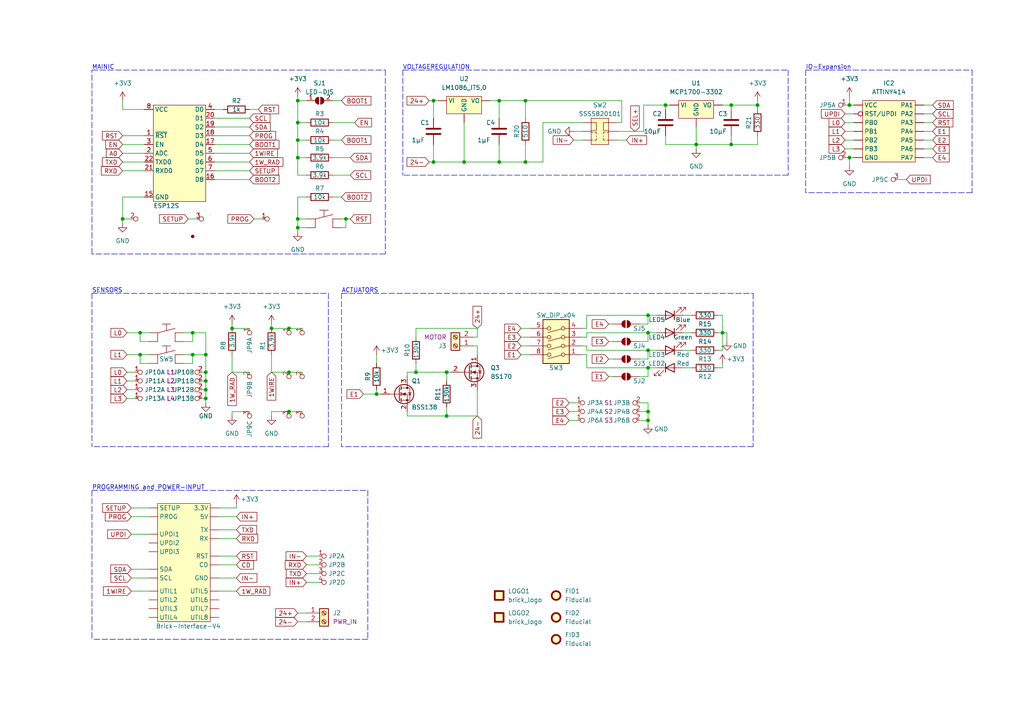
<source format=kicad_sch>
(kicad_sch (version 20211123) (generator eeschema)
  (paper "A4")
  (junction (at 246.38 30.48))
  (junction (at 109.22 114.3))
  (junction (at 134.62 46.99))
  (junction (at 59.69 107.95))
  (junction (at 144.78 46.99))
  (junction (at 100.33 63.5))
  (junction (at 83.82 119.38))
  (junction (at 209.55 96.52))
  (junction (at 125.73 46.99))
  (junction (at 86.36 45.72))
  (junction (at 187.96 96.52))
  (junction (at 86.36 63.5))
  (junction (at 125.73 29.21))
  (junction (at 86.36 66.04))
  (junction (at 246.38 45.72))
  (junction (at 55.88 102.87))
  (junction (at 187.96 119.38))
  (junction (at 129.54 120.65))
  (junction (at 86.36 29.21))
  (junction (at 152.4 29.21))
  (junction (at 86.36 40.64))
  (junction (at 35.56 63.5))
  (junction (at 59.69 110.49))
  (junction (at 59.69 113.03))
  (junction (at 86.36 35.56))
  (junction (at 40.64 96.52))
  (junction (at 187.96 106.68))
  (junction (at 129.54 107.95))
  (junction (at 78.74 95.25))
  (junction (at 212.09 30.48))
  (junction (at 67.31 95.25))
  (junction (at 55.88 96.52))
  (junction (at 152.4 46.99))
  (junction (at 212.09 41.91))
  (junction (at 219.71 30.48))
  (junction (at 59.69 102.87))
  (junction (at 193.04 30.48))
  (junction (at 187.96 121.92))
  (junction (at 187.96 91.44))
  (junction (at 187.96 101.6))
  (junction (at 59.69 115.57))
  (junction (at 83.82 95.25))
  (junction (at 144.78 29.21))
  (junction (at 120.65 107.95))
  (junction (at 40.64 102.87))
  (junction (at 83.82 107.95))
  (junction (at 201.93 41.91))
  (wire (pts (xy 35.56 63.5) (xy 38.1 63.5)))
  (wire (pts (xy 43.18 105.41) (xy 40.64 105.41)))
  (wire (pts (xy 185.42 109.22) (xy 187.96 109.22)))
  (wire (pts (xy 185.42 121.92) (xy 187.96 121.92)))
  (polyline (pts (xy 233.68 20.32) (xy 281.94 20.32)))
  (wire (pts (xy 35.56 64.77) (xy 35.56 63.5)))
  (wire (pts (xy 88.9 161.29) (xy 92.71 161.29)))
  (wire (pts (xy 157.48 35.56) (xy 157.48 46.99)))
  (wire (pts (xy 201.93 41.91) (xy 201.93 43.18)))
  (wire (pts (xy 246.38 27.94) (xy 246.38 30.48)))
  (wire (pts (xy 63.5 149.86) (xy 68.58 149.86)))
  (wire (pts (xy 62.23 31.75) (xy 64.77 31.75)))
  (wire (pts (xy 96.52 29.21) (xy 99.06 29.21)))
  (wire (pts (xy 35.56 39.37) (xy 41.91 39.37)))
  (polyline (pts (xy 233.68 20.32) (xy 233.68 55.88)))
  (wire (pts (xy 99.06 66.04) (xy 100.33 66.04)))
  (wire (pts (xy 201.93 41.91) (xy 212.09 41.91)))
  (wire (pts (xy 118.11 107.95) (xy 118.11 109.22)))
  (wire (pts (xy 267.97 33.02) (xy 270.51 33.02)))
  (polyline (pts (xy 111.76 73.66) (xy 26.67 73.66)))
  (wire (pts (xy 125.73 41.91) (xy 125.73 46.99)))
  (wire (pts (xy 144.78 29.21) (xy 144.78 34.29)))
  (wire (pts (xy 40.64 102.87) (xy 40.64 105.41)))
  (wire (pts (xy 86.36 29.21) (xy 88.9 29.21)))
  (wire (pts (xy 35.56 29.21) (xy 35.56 31.75)))
  (wire (pts (xy 53.34 102.87) (xy 55.88 102.87)))
  (wire (pts (xy 63.5 156.21) (xy 68.58 156.21)))
  (wire (pts (xy 78.74 102.87) (xy 78.74 107.95)))
  (wire (pts (xy 151.13 95.25) (xy 153.67 95.25)))
  (wire (pts (xy 208.28 96.52) (xy 209.55 96.52)))
  (wire (pts (xy 186.69 38.1) (xy 186.69 30.48)))
  (wire (pts (xy 185.42 119.38) (xy 187.96 119.38)))
  (wire (pts (xy 83.82 119.38) (xy 78.74 119.38)))
  (wire (pts (xy 86.36 35.56) (xy 86.36 29.21)))
  (wire (pts (xy 78.74 107.95) (xy 83.82 107.95)))
  (wire (pts (xy 88.9 35.56) (xy 86.36 35.56)))
  (polyline (pts (xy 218.44 129.54) (xy 99.06 129.54)))
  (wire (pts (xy 246.38 30.48) (xy 247.65 30.48)))
  (wire (pts (xy 209.55 96.52) (xy 209.55 101.6)))
  (wire (pts (xy 35.56 49.53) (xy 41.91 49.53)))
  (wire (pts (xy 267.97 35.56) (xy 270.51 35.56)))
  (wire (pts (xy 198.12 91.44) (xy 200.66 91.44)))
  (wire (pts (xy 185.42 104.14) (xy 187.96 104.14)))
  (wire (pts (xy 193.04 41.91) (xy 201.93 41.91)))
  (wire (pts (xy 72.39 31.75) (xy 74.93 31.75)))
  (wire (pts (xy 55.88 105.41) (xy 55.88 102.87)))
  (wire (pts (xy 212.09 30.48) (xy 219.71 30.48)))
  (wire (pts (xy 55.88 99.06) (xy 55.88 96.52)))
  (wire (pts (xy 129.54 118.11) (xy 129.54 120.65)))
  (wire (pts (xy 260.35 52.07) (xy 262.89 52.07)))
  (wire (pts (xy 176.53 93.98) (xy 177.8 93.98)))
  (wire (pts (xy 72.39 119.38) (xy 67.31 119.38)))
  (wire (pts (xy 59.69 102.87) (xy 59.69 107.95)))
  (wire (pts (xy 245.11 40.64) (xy 247.65 40.64)))
  (wire (pts (xy 88.9 40.64) (xy 86.36 40.64)))
  (wire (pts (xy 58.42 107.95) (xy 59.69 107.95)))
  (wire (pts (xy 88.9 50.8) (xy 86.36 50.8)))
  (wire (pts (xy 180.34 35.56) (xy 180.34 29.21)))
  (wire (pts (xy 78.74 119.38) (xy 78.74 120.65)))
  (wire (pts (xy 62.23 52.07) (xy 72.39 52.07)))
  (wire (pts (xy 40.64 102.87) (xy 43.18 102.87)))
  (wire (pts (xy 36.83 113.03) (xy 39.37 113.03)))
  (wire (pts (xy 245.11 38.1) (xy 247.65 38.1)))
  (wire (pts (xy 129.54 120.65) (xy 138.43 120.65)))
  (wire (pts (xy 67.31 102.87) (xy 67.31 107.95)))
  (wire (pts (xy 59.69 116.84) (xy 59.69 115.57)))
  (wire (pts (xy 40.64 96.52) (xy 43.18 96.52)))
  (wire (pts (xy 118.11 120.65) (xy 129.54 120.65)))
  (wire (pts (xy 35.56 63.5) (xy 35.56 57.15)))
  (wire (pts (xy 190.5 96.52) (xy 187.96 96.52)))
  (wire (pts (xy 96.52 35.56) (xy 102.87 35.56)))
  (wire (pts (xy 125.73 29.21) (xy 127 29.21)))
  (polyline (pts (xy 228.6 50.8) (xy 116.84 50.8)))
  (wire (pts (xy 100.33 63.5) (xy 101.6 63.5)))
  (wire (pts (xy 193.04 30.48) (xy 194.31 30.48)))
  (wire (pts (xy 78.74 93.98) (xy 78.74 95.25)))
  (wire (pts (xy 187.96 91.44) (xy 187.96 93.98)))
  (wire (pts (xy 67.31 93.98) (xy 67.31 95.25)))
  (wire (pts (xy 129.54 107.95) (xy 129.54 110.49)))
  (wire (pts (xy 88.9 163.83) (xy 92.71 163.83)))
  (wire (pts (xy 187.96 96.52) (xy 187.96 99.06)))
  (wire (pts (xy 267.97 45.72) (xy 270.51 45.72)))
  (wire (pts (xy 120.65 105.41) (xy 120.65 107.95)))
  (wire (pts (xy 170.18 101.6) (xy 187.96 101.6)))
  (wire (pts (xy 120.65 95.25) (xy 138.43 95.25)))
  (wire (pts (xy 63.5 163.83) (xy 68.58 163.83)))
  (wire (pts (xy 187.96 116.84) (xy 187.96 119.38)))
  (polyline (pts (xy 99.06 85.09) (xy 218.44 85.09)))
  (wire (pts (xy 267.97 43.18) (xy 270.51 43.18)))
  (wire (pts (xy 63.5 167.64) (xy 68.58 167.64)))
  (wire (pts (xy 86.36 57.15) (xy 86.36 63.5)))
  (wire (pts (xy 41.91 31.75) (xy 35.56 31.75)))
  (wire (pts (xy 219.71 29.21) (xy 219.71 30.48)))
  (wire (pts (xy 187.96 101.6) (xy 190.5 101.6)))
  (wire (pts (xy 185.42 99.06) (xy 187.96 99.06)))
  (wire (pts (xy 67.31 95.25) (xy 72.39 95.25)))
  (wire (pts (xy 59.69 113.03) (xy 59.69 110.49)))
  (polyline (pts (xy 218.44 85.09) (xy 218.44 129.54)))
  (wire (pts (xy 96.52 57.15) (xy 99.06 57.15)))
  (polyline (pts (xy 95.25 85.09) (xy 95.25 129.54)))
  (wire (pts (xy 62.23 49.53) (xy 72.39 49.53)))
  (wire (pts (xy 86.36 50.8) (xy 86.36 45.72)))
  (wire (pts (xy 165.1 121.92) (xy 167.64 121.92)))
  (wire (pts (xy 62.23 41.91) (xy 72.39 41.91)))
  (polyline (pts (xy 111.76 20.32) (xy 111.76 73.66)))
  (wire (pts (xy 35.56 46.99) (xy 41.91 46.99)))
  (wire (pts (xy 55.88 96.52) (xy 59.69 96.52)))
  (wire (pts (xy 170.18 95.25) (xy 170.18 91.44)))
  (wire (pts (xy 86.36 40.64) (xy 86.36 35.56)))
  (wire (pts (xy 88.9 168.91) (xy 92.71 168.91)))
  (wire (pts (xy 35.56 44.45) (xy 41.91 44.45)))
  (polyline (pts (xy 26.67 20.32) (xy 111.76 20.32)))
  (wire (pts (xy 179.07 38.1) (xy 186.69 38.1)))
  (wire (pts (xy 212.09 39.37) (xy 212.09 41.91)))
  (wire (pts (xy 83.82 119.38) (xy 87.63 119.38)))
  (wire (pts (xy 109.22 102.87) (xy 109.22 105.41)))
  (wire (pts (xy 151.13 100.33) (xy 153.67 100.33)))
  (polyline (pts (xy 26.67 85.09) (xy 26.67 129.54)))
  (wire (pts (xy 246.38 48.26) (xy 246.38 45.72)))
  (wire (pts (xy 59.69 96.52) (xy 59.69 102.87)))
  (polyline (pts (xy 228.6 20.32) (xy 228.6 50.8)))
  (wire (pts (xy 86.36 177.8) (xy 88.9 177.8)))
  (wire (pts (xy 54.61 63.5) (xy 57.15 63.5)))
  (wire (pts (xy 62.23 39.37) (xy 72.39 39.37)))
  (wire (pts (xy 219.71 30.48) (xy 219.71 31.75)))
  (wire (pts (xy 53.34 99.06) (xy 55.88 99.06)))
  (wire (pts (xy 62.23 44.45) (xy 72.39 44.45)))
  (wire (pts (xy 38.1 167.64) (xy 43.18 167.64)))
  (wire (pts (xy 209.55 91.44) (xy 209.55 96.52)))
  (wire (pts (xy 187.96 106.68) (xy 190.5 106.68)))
  (wire (pts (xy 212.09 41.91) (xy 219.71 41.91)))
  (wire (pts (xy 209.55 96.52) (xy 210.82 96.52)))
  (wire (pts (xy 187.96 106.68) (xy 187.96 109.22)))
  (wire (pts (xy 185.42 93.98) (xy 187.96 93.98)))
  (wire (pts (xy 210.82 96.52) (xy 210.82 99.06)))
  (wire (pts (xy 152.4 29.21) (xy 152.4 34.29)))
  (wire (pts (xy 166.37 38.1) (xy 168.91 38.1)))
  (wire (pts (xy 245.11 35.56) (xy 247.65 35.56)))
  (wire (pts (xy 138.43 113.03) (xy 138.43 120.65)))
  (wire (pts (xy 62.23 34.29) (xy 72.39 34.29)))
  (wire (pts (xy 38.1 154.94) (xy 43.18 154.94)))
  (wire (pts (xy 88.9 166.37) (xy 92.71 166.37)))
  (wire (pts (xy 86.36 63.5) (xy 88.9 63.5)))
  (wire (pts (xy 59.69 110.49) (xy 59.69 107.95)))
  (wire (pts (xy 129.54 107.95) (xy 120.65 107.95)))
  (wire (pts (xy 138.43 100.33) (xy 138.43 102.87)))
  (wire (pts (xy 142.24 29.21) (xy 144.78 29.21)))
  (wire (pts (xy 120.65 107.95) (xy 118.11 107.95)))
  (polyline (pts (xy 26.67 85.09) (xy 95.25 85.09)))
  (wire (pts (xy 86.36 66.04) (xy 88.9 66.04)))
  (wire (pts (xy 168.91 97.79) (xy 170.18 97.79)))
  (wire (pts (xy 165.1 116.84) (xy 167.64 116.84)))
  (wire (pts (xy 176.53 109.22) (xy 177.8 109.22)))
  (wire (pts (xy 125.73 29.21) (xy 125.73 34.29)))
  (wire (pts (xy 125.73 46.99) (xy 134.62 46.99)))
  (wire (pts (xy 170.18 96.52) (xy 187.96 96.52)))
  (wire (pts (xy 88.9 45.72) (xy 86.36 45.72)))
  (wire (pts (xy 168.91 95.25) (xy 170.18 95.25)))
  (wire (pts (xy 36.83 115.57) (xy 39.37 115.57)))
  (wire (pts (xy 96.52 45.72) (xy 101.6 45.72)))
  (wire (pts (xy 157.48 35.56) (xy 168.91 35.56)))
  (wire (pts (xy 198.12 101.6) (xy 200.66 101.6)))
  (wire (pts (xy 53.34 105.41) (xy 55.88 105.41)))
  (wire (pts (xy 67.31 107.95) (xy 72.39 107.95)))
  (wire (pts (xy 170.18 106.68) (xy 187.96 106.68)))
  (wire (pts (xy 36.83 96.52) (xy 40.64 96.52)))
  (wire (pts (xy 190.5 91.44) (xy 187.96 91.44)))
  (wire (pts (xy 166.37 40.64) (xy 168.91 40.64)))
  (wire (pts (xy 245.11 43.18) (xy 247.65 43.18)))
  (wire (pts (xy 193.04 30.48) (xy 193.04 31.75)))
  (wire (pts (xy 208.28 101.6) (xy 209.55 101.6)))
  (wire (pts (xy 246.38 45.72) (xy 247.65 45.72)))
  (wire (pts (xy 63.5 153.67) (xy 68.58 153.67)))
  (polyline (pts (xy 281.94 20.32) (xy 281.94 55.88)))
  (wire (pts (xy 170.18 91.44) (xy 187.96 91.44)))
  (wire (pts (xy 36.83 102.87) (xy 40.64 102.87)))
  (wire (pts (xy 186.69 30.48) (xy 193.04 30.48)))
  (wire (pts (xy 179.07 35.56) (xy 180.34 35.56)))
  (wire (pts (xy 96.52 50.8) (xy 101.6 50.8)))
  (wire (pts (xy 187.96 123.19) (xy 187.96 121.92)))
  (wire (pts (xy 208.28 91.44) (xy 209.55 91.44)))
  (wire (pts (xy 58.42 113.03) (xy 59.69 113.03)))
  (wire (pts (xy 88.9 57.15) (xy 86.36 57.15)))
  (wire (pts (xy 152.4 41.91) (xy 152.4 46.99)))
  (wire (pts (xy 109.22 114.3) (xy 110.49 114.3)))
  (wire (pts (xy 151.13 102.87) (xy 153.67 102.87)))
  (wire (pts (xy 83.82 107.95) (xy 87.63 107.95)))
  (polyline (pts (xy 116.84 20.32) (xy 228.6 20.32)))
  (wire (pts (xy 185.42 116.84) (xy 187.96 116.84)))
  (wire (pts (xy 151.13 97.79) (xy 153.67 97.79)))
  (wire (pts (xy 170.18 102.87) (xy 170.18 106.68)))
  (wire (pts (xy 176.53 104.14) (xy 177.8 104.14)))
  (wire (pts (xy 62.23 36.83) (xy 72.39 36.83)))
  (wire (pts (xy 67.31 119.38) (xy 67.31 120.65)))
  (polyline (pts (xy 281.94 55.88) (xy 233.68 55.88)))
  (wire (pts (xy 120.65 95.25) (xy 120.65 97.79)))
  (wire (pts (xy 86.36 29.21) (xy 86.36 27.94)))
  (wire (pts (xy 53.34 96.52) (xy 55.88 96.52)))
  (wire (pts (xy 212.09 30.48) (xy 212.09 31.75)))
  (wire (pts (xy 100.33 63.5) (xy 100.33 66.04)))
  (wire (pts (xy 36.83 110.49) (xy 39.37 110.49)))
  (polyline (pts (xy 116.84 20.32) (xy 116.84 50.8)))
  (wire (pts (xy 245.11 33.02) (xy 247.65 33.02)))
  (wire (pts (xy 267.97 30.48) (xy 270.51 30.48)))
  (wire (pts (xy 68.58 146.05) (xy 68.58 147.32)))
  (wire (pts (xy 165.1 119.38) (xy 167.64 119.38)))
  (wire (pts (xy 219.71 39.37) (xy 219.71 41.91)))
  (wire (pts (xy 144.78 41.91) (xy 144.78 46.99)))
  (wire (pts (xy 124.46 46.99) (xy 125.73 46.99)))
  (wire (pts (xy 187.96 101.6) (xy 187.96 104.14)))
  (wire (pts (xy 105.41 114.3) (xy 109.22 114.3)))
  (wire (pts (xy 267.97 40.64) (xy 270.51 40.64)))
  (wire (pts (xy 209.55 105.41) (xy 209.55 106.68)))
  (wire (pts (xy 35.56 41.91) (xy 41.91 41.91)))
  (wire (pts (xy 99.06 63.5) (xy 100.33 63.5)))
  (wire (pts (xy 63.5 171.45) (xy 68.58 171.45)))
  (wire (pts (xy 63.5 161.29) (xy 68.58 161.29)))
  (wire (pts (xy 86.36 45.72) (xy 86.36 40.64)))
  (wire (pts (xy 137.16 97.79) (xy 138.43 97.79)))
  (wire (pts (xy 38.1 171.45) (xy 43.18 171.45)))
  (wire (pts (xy 38.1 149.86) (xy 43.18 149.86)))
  (wire (pts (xy 58.42 115.57) (xy 59.69 115.57)))
  (wire (pts (xy 55.88 102.87) (xy 59.69 102.87)))
  (wire (pts (xy 38.1 147.32) (xy 43.18 147.32)))
  (wire (pts (xy 168.91 102.87) (xy 170.18 102.87)))
  (wire (pts (xy 109.22 113.03) (xy 109.22 114.3)))
  (wire (pts (xy 86.36 63.5) (xy 86.36 66.04)))
  (wire (pts (xy 86.36 66.04) (xy 86.36 67.31)))
  (wire (pts (xy 134.62 46.99) (xy 144.78 46.99)))
  (polyline (pts (xy 26.67 73.66) (xy 26.67 20.32)))
  (wire (pts (xy 58.42 110.49) (xy 59.69 110.49)))
  (wire (pts (xy 38.1 165.1) (xy 43.18 165.1)))
  (wire (pts (xy 63.5 147.32) (xy 68.58 147.32)))
  (wire (pts (xy 78.74 95.25) (xy 83.82 95.25)))
  (wire (pts (xy 43.18 99.06) (xy 40.64 99.06)))
  (wire (pts (xy 134.62 35.56) (xy 134.62 46.99)))
  (wire (pts (xy 62.23 46.99) (xy 72.39 46.99)))
  (wire (pts (xy 245.11 30.48) (xy 246.38 30.48)))
  (polyline (pts (xy 106.68 142.24) (xy 106.68 185.42)))
  (wire (pts (xy 209.55 30.48) (xy 212.09 30.48)))
  (wire (pts (xy 168.91 100.33) (xy 170.18 100.33)))
  (polyline (pts (xy 26.67 142.24) (xy 106.68 142.24)))
  (wire (pts (xy 86.36 180.34) (xy 88.9 180.34)))
  (wire (pts (xy 83.82 95.25) (xy 87.63 95.25)))
  (wire (pts (xy 36.83 107.95) (xy 39.37 107.95)))
  (wire (pts (xy 198.12 96.52) (xy 200.66 96.52)))
  (wire (pts (xy 118.11 119.38) (xy 118.11 120.65)))
  (wire (pts (xy 267.97 38.1) (xy 270.51 38.1)))
  (wire (pts (xy 96.52 40.64) (xy 99.06 40.64)))
  (wire (pts (xy 170.18 100.33) (xy 170.18 101.6)))
  (wire (pts (xy 144.78 29.21) (xy 152.4 29.21)))
  (wire (pts (xy 124.46 29.21) (xy 125.73 29.21)))
  (wire (pts (xy 59.69 115.57) (xy 59.69 113.03)))
  (polyline (pts (xy 106.68 185.42) (xy 26.67 185.42)))
  (wire (pts (xy 35.56 57.15) (xy 41.91 57.15)))
  (wire (pts (xy 130.81 107.95) (xy 129.54 107.95)))
  (wire (pts (xy 179.07 40.64) (xy 181.61 40.64)))
  (wire (pts (xy 208.28 106.68) (xy 209.55 106.68)))
  (wire (pts (xy 137.16 100.33) (xy 138.43 100.33)))
  (polyline (pts (xy 95.25 129.54) (xy 26.67 129.54)))
  (wire (pts (xy 198.12 106.68) (xy 200.66 106.68)))
  (wire (pts (xy 138.43 97.79) (xy 138.43 95.25)))
  (wire (pts (xy 193.04 39.37) (xy 193.04 41.91)))
  (wire (pts (xy 176.53 99.06) (xy 177.8 99.06)))
  (wire (pts (xy 152.4 46.99) (xy 157.48 46.99)))
  (wire (pts (xy 152.4 29.21) (xy 180.34 29.21)))
  (wire (pts (xy 187.96 119.38) (xy 187.96 121.92)))
  (wire (pts (xy 144.78 46.99) (xy 152.4 46.99)))
  (polyline (pts (xy 26.67 142.24) (xy 26.67 185.42)))
  (wire (pts (xy 40.64 99.06) (xy 40.64 96.52)))
  (wire (pts (xy 201.93 36.83) (xy 201.93 41.91)))
  (wire (pts (xy 73.66 63.5) (xy 76.2 63.5)))
  (polyline (pts (xy 99.06 85.09) (xy 99.06 129.54)))
  (wire (pts (xy 245.11 45.72) (xy 246.38 45.72)))
  (wire (pts (xy 170.18 97.79) (xy 170.18 96.52)))
  (text "IO-Expansion" (at 233.68 20.32 0) (effects (font (size 1.27 1.27)) (justify left bottom)))
  (text "MAINIC" (at 26.67 20.32 0) (effects (font (size 1.27 1.27)) (justify left bottom)))
  (text "ACTUATORS" (at 99.06 85.09 0) (effects (font (size 1.27 1.27)) (justify left bottom)))
  (text "SENSORS" (at 26.67 85.09 0) (effects (font (size 1.27 1.27)) (justify left bottom)))
  (text "VOLTAGEREGULATION" (at 116.84 20.32 0) (effects (font (size 1.27 1.27)) (justify left bottom)))
  (text "PROGRAMMING and POWER-INPUT" (at 26.67 142.24 0) (effects (font (size 1.27 1.27)) (justify left bottom)))
  (global_label "L1" (shape input) (at 36.83 102.87 180) (property "Referenzen zwischen Schaltplänen" "${INTERSHEET_REFS}" (effects hide)))
  (global_label "L2" (shape input) (at 36.83 113.03 180) (property "Referenzen zwischen Schaltplänen" "${INTERSHEET_REFS}" (effects hide)))
  (global_label "PROG" (shape input) (at 72.39 39.37 0) (property "Referenzen zwischen Schaltplänen" "${INTERSHEET_REFS}" (effects hide)))
  (global_label "SETUP" (shape input) (at 54.61 63.5 180) (property "Referenzen zwischen Schaltplänen" "${INTERSHEET_REFS}" (effects hide)))
  (global_label "SETUP" (shape input) (at 72.39 49.53 0) (property "Referenzen zwischen Schaltplänen" "${INTERSHEET_REFS}" (effects hide)))
  (global_label "SDA" (shape input) (at 101.6 45.72 0) (property "Referenzen zwischen Schaltplänen" "${INTERSHEET_REFS}" (effects hide)))
  (global_label "24+" (shape input) (at 86.36 177.8 180) (property "Referenzen zwischen Schaltplänen" "${INTERSHEET_REFS}" (effects hide)))
  (global_label "L2" (shape input) (at 245.11 40.64 180) (property "Referenzen zwischen Schaltplänen" "${INTERSHEET_REFS}" (effects hide)))
  (global_label "1WIRE" (shape input) (at 78.74 107.95 270) (property "Referenzen zwischen Schaltplänen" "${INTERSHEET_REFS}" (effects hide)))
  (global_label "RST" (shape input) (at 35.56 39.37 180) (property "Referenzen zwischen Schaltplänen" "${INTERSHEET_REFS}" (effects hide)))
  (global_label "L0" (shape input) (at 36.83 107.95 180) (property "Referenzen zwischen Schaltplänen" "${INTERSHEET_REFS}" (effects hide)))
  (global_label "E3" (shape input) (at 176.53 99.06 180) (property "Referenzen zwischen Schaltplänen" "${INTERSHEET_REFS}" (effects hide)))
  (global_label "SCL" (shape input) (at 101.6 50.8 0) (property "Referenzen zwischen Schaltplänen" "${INTERSHEET_REFS}" (effects hide)))
  (global_label "SCL" (shape input) (at 72.39 34.29 0) (property "Referenzen zwischen Schaltplänen" "${INTERSHEET_REFS}" (effects hide)))
  (global_label "CD" (shape input) (at 68.58 163.83 0) (property "Referenzen zwischen Schaltplänen" "${INTERSHEET_REFS}" (effects hide)))
  (global_label "1W_RAD" (shape input) (at 67.31 107.95 270) (property "Referenzen zwischen Schaltplänen" "${INTERSHEET_REFS}" (effects hide)))
  (global_label "1WIRE" (shape input) (at 38.1 171.45 180) (property "Referenzen zwischen Schaltplänen" "${INTERSHEET_REFS}" (effects hide)))
  (global_label "BOOT1" (shape input) (at 99.06 29.21 0) (property "Referenzen zwischen Schaltplänen" "${INTERSHEET_REFS}" (effects hide)))
  (global_label "RST" (shape input) (at 74.93 31.75 0) (property "Referenzen zwischen Schaltplänen" "${INTERSHEET_REFS}" (effects hide)))
  (global_label "1WIRE" (shape input) (at 72.39 44.45 0) (property "Referenzen zwischen Schaltplänen" "${INTERSHEET_REFS}" (effects hide)))
  (global_label "SDA" (shape input) (at 270.51 30.48 0) (property "Referenzen zwischen Schaltplänen" "${INTERSHEET_REFS}" (effects hide)))
  (global_label "RST" (shape input) (at 270.51 35.56 0) (property "Referenzen zwischen Schaltplänen" "${INTERSHEET_REFS}" (effects hide)))
  (global_label "E1" (shape input) (at 270.51 38.1 0) (property "Referenzen zwischen Schaltplänen" "${INTERSHEET_REFS}" (effects hide)))
  (global_label "EN" (shape input) (at 102.87 35.56 0) (property "Referenzen zwischen Schaltplänen" "${INTERSHEET_REFS}" (effects hide)))
  (global_label "RST" (shape input) (at 101.6 63.5 0) (property "Referenzen zwischen Schaltplänen" "${INTERSHEET_REFS}" (effects hide)))
  (global_label "TXD" (shape input) (at 35.56 46.99 180) (property "Referenzen zwischen Schaltplänen" "${INTERSHEET_REFS}" (effects hide)))
  (global_label "PROG" (shape input) (at 38.1 149.86 180) (property "Referenzen zwischen Schaltplänen" "${INTERSHEET_REFS}" (effects hide)))
  (global_label "BOOT2" (shape input) (at 72.39 52.07 0) (property "Referenzen zwischen Schaltplänen" "${INTERSHEET_REFS}" (effects hide)))
  (global_label "E4" (shape input) (at 151.13 95.25 180) (property "Referenzen zwischen Schaltplänen" "${INTERSHEET_REFS}" (effects hide)))
  (global_label "BOOT1" (shape input) (at 99.06 40.64 0) (property "Referenzen zwischen Schaltplänen" "${INTERSHEET_REFS}" (effects hide)))
  (global_label "24-" (shape input) (at 138.43 120.65 270) (property "Referenzen zwischen Schaltplänen" "${INTERSHEET_REFS}" (effects hide)))
  (global_label "24+" (shape input) (at 124.46 29.21 180) (property "Referenzen zwischen Schaltplänen" "${INTERSHEET_REFS}" (effects hide)))
  (global_label "24+" (shape input) (at 138.43 95.25 90) (property "Referenzen zwischen Schaltplänen" "${INTERSHEET_REFS}" (effects hide)))
  (global_label "E2" (shape input) (at 176.53 104.14 180) (property "Referenzen zwischen Schaltplänen" "${INTERSHEET_REFS}" (effects hide)))
  (global_label "SEL+" (shape input) (at 184.15 38.1 90) (property "Referenzen zwischen Schaltplänen" "${INTERSHEET_REFS}" (effects hide)))
  (global_label "L3" (shape input) (at 245.11 43.18 180) (property "Referenzen zwischen Schaltplänen" "${INTERSHEET_REFS}" (effects hide)))
  (global_label "L1" (shape input) (at 36.83 110.49 180) (property "Referenzen zwischen Schaltplänen" "${INTERSHEET_REFS}" (effects hide)))
  (global_label "TXD" (shape input) (at 68.58 153.67 0) (property "Referenzen zwischen Schaltplänen" "${INTERSHEET_REFS}" (effects hide)))
  (global_label "A0" (shape input) (at 35.56 44.45 180) (property "Referenzen zwischen Schaltplänen" "${INTERSHEET_REFS}" (effects hide)))
  (global_label "E3" (shape input) (at 151.13 97.79 180) (property "Referenzen zwischen Schaltplänen" "${INTERSHEET_REFS}" (effects hide)))
  (global_label "IN+" (shape input) (at 181.61 40.64 0) (property "Referenzen zwischen Schaltplänen" "${INTERSHEET_REFS}" (effects hide)))
  (global_label "E4" (shape input) (at 270.51 45.72 0) (property "Referenzen zwischen Schaltplänen" "${INTERSHEET_REFS}" (effects hide)))
  (global_label "E4" (shape input) (at 165.1 121.92 180) (property "Referenzen zwischen Schaltplänen" "${INTERSHEET_REFS}" (effects hide)))
  (global_label "L0" (shape input) (at 245.11 35.56 180) (property "Referenzen zwischen Schaltplänen" "${INTERSHEET_REFS}" (effects hide)))
  (global_label "RXD" (shape input) (at 35.56 49.53 180) (property "Referenzen zwischen Schaltplänen" "${INTERSHEET_REFS}" (effects hide)))
  (global_label "IN-" (shape input) (at 68.58 167.64 0) (property "Referenzen zwischen Schaltplänen" "${INTERSHEET_REFS}" (effects hide)))
  (global_label "IN-" (shape input) (at 88.9 161.29 180) (property "Referenzen zwischen Schaltplänen" "${INTERSHEET_REFS}" (effects hide)))
  (global_label "IN+" (shape input) (at 68.58 149.86 0) (property "Referenzen zwischen Schaltplänen" "${INTERSHEET_REFS}" (effects hide)))
  (global_label "24-" (shape input) (at 86.36 180.34 180) (property "Referenzen zwischen Schaltplänen" "${INTERSHEET_REFS}" (effects hide)))
  (global_label "E3" (shape input) (at 270.51 43.18 0) (property "Referenzen zwischen Schaltplänen" "${INTERSHEET_REFS}" (effects hide)))
  (global_label "PROG" (shape input) (at 73.66 63.5 180) (property "Referenzen zwischen Schaltplänen" "${INTERSHEET_REFS}" (effects hide)))
  (global_label "1W_RAD" (shape input) (at 68.58 171.45 0) (property "Referenzen zwischen Schaltplänen" "${INTERSHEET_REFS}" (effects hide)))
  (global_label "RXD" (shape input) (at 68.58 156.21 0) (property "Referenzen zwischen Schaltplänen" "${INTERSHEET_REFS}" (effects hide)))
  (global_label "L0" (shape input) (at 36.83 96.52 180) (property "Referenzen zwischen Schaltplänen" "${INTERSHEET_REFS}" (effects hide)))
  (global_label "SETUP" (shape input) (at 38.1 147.32 180) (property "Referenzen zwischen Schaltplänen" "${INTERSHEET_REFS}" (effects hide)))
  (global_label "IN-" (shape input) (at 166.37 40.64 180) (property "Referenzen zwischen Schaltplänen" "${INTERSHEET_REFS}" (effects hide)))
  (global_label "E3" (shape input) (at 165.1 119.38 180) (property "Referenzen zwischen Schaltplänen" "${INTERSHEET_REFS}" (effects hide)))
  (global_label "E1" (shape input) (at 176.53 109.22 180) (property "Referenzen zwischen Schaltplänen" "${INTERSHEET_REFS}" (effects hide)))
  (global_label "E4" (shape input) (at 176.53 93.98 180) (property "Referenzen zwischen Schaltplänen" "${INTERSHEET_REFS}" (effects hide)))
  (global_label "UPDI" (shape input) (at 38.1 154.94 180) (property "Referenzen zwischen Schaltplänen" "${INTERSHEET_REFS}" (effects hide)))
  (global_label "EN" (shape input) (at 35.56 41.91 180) (property "Referenzen zwischen Schaltplänen" "${INTERSHEET_REFS}" (effects hide)))
  (global_label "E2" (shape input) (at 151.13 100.33 180) (property "Referenzen zwischen Schaltplänen" "${INTERSHEET_REFS}" (effects hide)))
  (global_label "L1" (shape input) (at 245.11 38.1 180) (property "Referenzen zwischen Schaltplänen" "${INTERSHEET_REFS}" (effects hide)))
  (global_label "SDA" (shape input) (at 38.1 165.1 180) (property "Referenzen zwischen Schaltplänen" "${INTERSHEET_REFS}" (effects hide)))
  (global_label "L3" (shape input) (at 36.83 115.57 180) (property "Referenzen zwischen Schaltplänen" "${INTERSHEET_REFS}" (effects hide)))
  (global_label "BOOT1" (shape input) (at 72.39 41.91 0) (property "Referenzen zwischen Schaltplänen" "${INTERSHEET_REFS}" (effects hide)))
  (global_label "UPDI" (shape input) (at 262.89 52.07 0) (property "Referenzen zwischen Schaltplänen" "${INTERSHEET_REFS}" (effects hide)))
  (global_label "RST" (shape input) (at 68.58 161.29 0) (property "Referenzen zwischen Schaltplänen" "${INTERSHEET_REFS}" (effects hide)))
  (global_label "E1" (shape input) (at 105.41 114.3 180) (property "Referenzen zwischen Schaltplänen" "${INTERSHEET_REFS}" (effects hide)))
  (global_label "IN+" (shape input) (at 88.9 168.91 180) (property "Referenzen zwischen Schaltplänen" "${INTERSHEET_REFS}" (effects hide)))
  (global_label "UPDI" (shape input) (at 245.11 33.02 180) (property "Referenzen zwischen Schaltplänen" "${INTERSHEET_REFS}" (effects hide)))
  (global_label "SCL" (shape input) (at 270.51 33.02 0) (property "Referenzen zwischen Schaltplänen" "${INTERSHEET_REFS}" (effects hide)))
  (global_label "RXD" (shape input) (at 88.9 163.83 180) (property "Referenzen zwischen Schaltplänen" "${INTERSHEET_REFS}" (effects hide)))
  (global_label "24-" (shape input) (at 124.46 46.99 180) (property "Referenzen zwischen Schaltplänen" "${INTERSHEET_REFS}" (effects hide)))
  (global_label "TXD" (shape input) (at 88.9 166.37 180) (property "Referenzen zwischen Schaltplänen" "${INTERSHEET_REFS}" (effects hide)))
  (global_label "SDA" (shape input) (at 72.39 36.83 0) (property "Referenzen zwischen Schaltplänen" "${INTERSHEET_REFS}" (effects hide)))
  (global_label "E2" (shape input) (at 270.51 40.64 0) (property "Referenzen zwischen Schaltplänen" "${INTERSHEET_REFS}" (effects hide)))
  (global_label "E2" (shape input) (at 165.1 116.84 180) (property "Referenzen zwischen Schaltplänen" "${INTERSHEET_REFS}" (effects hide)))
  (global_label "E1" (shape input) (at 151.13 102.87 180) (property "Referenzen zwischen Schaltplänen" "${INTERSHEET_REFS}" (effects hide)))
  (global_label "1W_RAD" (shape input) (at 72.39 46.99 0) (property "Referenzen zwischen Schaltplänen" "${INTERSHEET_REFS}" (effects hide)))
  (global_label "BOOT2" (shape input) (at 99.06 57.15 0) (property "Referenzen zwischen Schaltplänen" "${INTERSHEET_REFS}" (effects hide)))
  (global_label "SCL" (shape input) (at 38.1 167.64 180) (property "Referenzen zwischen Schaltplänen" "${INTERSHEET_REFS}" (effects hide)))
  (symbol (lib_id "power:GND") (at 67.31 120.65 0) (unit 1)
    (property "Reference" "#PWR0102" (effects hide))
    (property "Value" "GND" (at 67.31 125.73 0))
  )
  (symbol (lib_id "no_common:MCP1700-3302") (at 201.93 30.48 0) (unit 1)
    (property "Reference" "U1" (at 201.93 24.13 0))
    (property "Value" "MCP1700-3302" (at 201.93 26.67 0))
    (property "Footprint" "no_common:SOT23" (effects hide))
    (property "Storage" "MAG3" (effects hide))
    (property "StorageDesc" "MCP1700" (effects hide))
  )
  (symbol (lib_id "Device:R") (at 92.71 35.56 90) (unit 1)
    (property "Reference" "R3" (at 92.71 33.02 90))
    (property "Value" "10k" (at 92.71 35.56 90))
    (property "Footprint" "no_common:R_0805_2012Metric" (effects hide))
    (property "Storage" "MAG2" (effects hide))
  )
  (symbol (lib_id "no_pinhd:PINHD_1x02") (at 57.15 107.95 180) (unit 2)
    (property "Reference" "JP10" (at 53.34 107.95 0))
    (property "Value" "PINHD_1x02" (effects hide))
    (property "Footprint" "no_pinhd:PINHD_1X02_2.54_1mm_Round" (effects hide))
    (property "Desc" "L1" (effects hide))
    (property "Reference" "JP10" (effects hide))
    (property "Value" "PINHD_1x02" (effects hide))
    (property "DNP" "true" (effects hide))
  )
  (symbol (lib_name "SolderJumper_2_Open_1") (lib_id "Jumper:SolderJumper_2_Open") (at 181.61 109.22 0) (unit 1)
    (property "Reference" "SJ2" (at 185.42 110.49 0))
    (property "Value" "LED-EN" (effects hide))
    (property "Footprint" "Jumper:SolderJumper-2_P1.3mm_Open_RoundedPad1.0x1.5mm" (effects hide))
    (property "Reference" "SJ2" (effects hide))
    (property "Value" "LED-EN" (effects hide))
    (property "DNP" "true" (effects hide))
  )
  (symbol (lib_id "Device:R") (at 78.74 99.06 0) (unit 1)
    (property "Reference" "R1" (at 76.2 101.6 90) (effects (justify left)))
    (property "Value" "3.9k" (at 78.74 100.965 90) (effects (justify left)))
    (property "Footprint" "no_common:R_0805_2012Metric" (effects hide))
    (property "Reference" "R1" (effects hide))
    (property "Value" "3.9k" (effects hide))
    (property "Storage" "MAG1" (effects hide))
  )
  (symbol (lib_id "Switch:SW_DIP_x04") (at 161.29 97.79 180) (unit 1)
    (property "Reference" "SW3" (at 161.29 106.68 0))
    (property "Value" "SW_DIP_x04" (at 161.29 91.44 0))
    (property "Footprint" "Button_Switch_THT:SW_DIP_SPSTx04_Slide_9.78x12.34mm_W7.62mm_P2.54mm" (effects hide))
    (property "Reference" "SW3" (effects hide))
    (property "Value" "SW_DIP_x04" (effects hide))
    (property "Storage" "SK2 2x2" (effects hide))
    (property "StorageDesc" "DIP Switch 4x" (effects hide))
    (property "Handsolder" "true" (effects hide))
  )
  (symbol (lib_id "power:+3V3") (at 35.56 29.21 0) (unit 1)
    (property "Reference" "#PWR04" (effects hide))
    (property "Value" "+3V3" (at 35.56 24.13 0))
  )
  (symbol (lib_id "Jumper:SolderJumper_2_Open") (at 92.71 29.21 0) (unit 1)
    (property "Reference" "SJ1" (at 92.71 24.13 0))
    (property "Value" "LED-DIS" (at 92.71 26.67 0))
    (property "Footprint" "Jumper:SolderJumper-2_P1.3mm_Open_RoundedPad1.0x1.5mm" (effects hide))
    (property "Reference" "SJ1" (effects hide))
    (property "Value" "LED-DIS" (effects hide))
    (property "DNP" "true" (effects hide))
  )
  (symbol (lib_id "power:GND") (at 246.38 48.26 0) (unit 1)
    (property "Reference" "#PWR09" (effects hide))
    (property "Value" "GND" (at 246.38 53.34 0))
  )
  (symbol (lib_id "no_brick_logo:brick_logo") (at 144.78 172.72 0) (unit 1)
    (property "Reference" "LOGO1" (at 147.32 171.4499 0) (effects (justify left)))
    (property "Value" "brick_logo" (at 147.32 173.9899 0) (effects (justify left)))
    (property "Footprint" "no_brick_logo:x8mm" (effects hide))
    (property "DNP" "true" (effects hide))
  )
  (symbol (lib_id "Mechanical:Fiducial") (at 161.29 172.72 0) (unit 1)
    (property "Reference" "FID1" (at 163.83 171.4499 0) (effects (justify left)))
    (property "Value" "Fiducial" (at 163.83 173.9899 0) (effects (justify left)))
    (property "Footprint" "Fiducial:Fiducial_1mm_Mask2mm" (effects hide))
    (property "DNP" "true" (effects hide))
  )
  (symbol (lib_id "no_pinhd:PINHD_1X04") (at 93.98 168.91 0) (unit 4)
    (property "Reference" "JP2" (at 95.25 168.9099 0) (effects (justify left)))
    (property "Value" "PINHD_1X04" (effects hide))
    (property "Footprint" "no_pinhd:PINHD_1X04_2.54_1mm_Round" (effects hide))
    (property "Desc" "UART" (effects hide))
    (property "Reference" "JP2" (effects hide))
    (property "Value" "PINHD_1X04" (effects hide))
    (property "DNP" "true" (effects hide))
  )
  (symbol (lib_id "Device:R") (at 92.71 45.72 90) (unit 1)
    (property "Reference" "R5" (at 92.71 43.18 90))
    (property "Value" "3.9k" (at 92.71 45.72 90))
    (property "Footprint" "no_common:R_0805_2012Metric" (effects hide))
    (property "Storage" "MAG1" (effects hide))
  )
  (symbol (lib_id "Device:R") (at 129.54 114.3 180) (unit 1)
    (property "Reference" "R11" (at 127 114.3 90))
    (property "Value" "130k" (at 129.54 114.3 90))
    (property "Footprint" "no_common:R_0805_2012Metric" (effects hide))
    (property "Storage" "MAG2" (effects hide))
  )
  (symbol (lib_id "power:+3V3") (at 78.74 93.98 0) (unit 1)
    (property "Reference" "#PWR01" (effects hide))
    (property "Value" "+3V3" (at 78.74 88.9 0))
  )
  (symbol (lib_id "Device:R") (at 109.22 109.22 180) (unit 1)
    (property "Reference" "R9" (at 106.68 109.22 90))
    (property "Value" "10k" (at 109.22 109.22 90))
    (property "Footprint" "no_common:R_0805_2012Metric" (effects hide))
    (property "Storage" "MAG2" (effects hide))
  )
  (symbol (lib_id "Device:LED") (at 194.31 106.68 0) (unit 1)
    (property "Reference" "LED2" (at 190.5 105.41 0))
    (property "Value" "Red" (at 198.12 105.41 0))
    (property "Footprint" "no_common:LED_0805_2012Metric" (effects hide))
    (property "Storage" "MAG4" (effects hide))
    (property "StorageDesc" "LED OrangeRed" (effects hide))
  )
  (symbol (lib_id "Mechanical:Fiducial") (at 161.29 179.07 0) (unit 1)
    (property "Reference" "FID2" (at 163.83 177.7999 0) (effects (justify left)))
    (property "Value" "Fiducial" (at 163.83 180.3399 0) (effects (justify left)))
    (property "Footprint" "Fiducial:Fiducial_1mm_Mask2mm" (effects hide))
    (property "DNP" "true" (effects hide))
  )
  (symbol (lib_id "power:+3V3") (at 246.38 27.94 0) (unit 1)
    (property "Reference" "#PWR08" (effects hide))
    (property "Value" "+3V3" (at 246.38 22.86 0))
  )
  (symbol (lib_id "no_expressif:ESP12S") (at 52.07 44.45 0) (unit 1)
    (property "Reference" "IC1" (at 45.72 29.21 0))
    (property "Value" "ESP12S" (at 48.26 59.69 0))
    (property "Footprint" "no_expressif:ESP12S" (effects hide))
    (property "Reference" "IC1" (effects hide))
    (property "Value" "ESP12S" (effects hide))
    (property "Storage" "SK1 3x5" (effects hide))
    (property "StorageDesc" "ESP12-F" (effects hide))
    (property "Handsolder" "true" (effects hide))
  )
  (symbol (lib_id "no_pinhd:PINHD_1x02") (at 184.15 116.84 180) (unit 2)
    (property "Reference" "JP3" (at 180.34 116.84 0))
    (property "Value" "PINHD_1x02" (effects hide))
    (property "Footprint" "no_pinhd:PINHD_1X02_2.54_1mm_Round" (effects hide))
    (property "Desc" "S1" (effects hide))
    (property "Reference" "JP3" (effects hide))
    (property "Value" "PINHD_1x02" (effects hide))
    (property "DNP" "true" (effects hide))
  )
  (symbol (lib_id "no_pinhd:PINHD_1X03") (at 87.63 120.65 270) (unit 3)
    (property "Reference" "JP8" (at 87.63 121.92 0) (effects (justify left)))
    (property "Value" "PINHD_1X03" (effects hide))
    (property "Footprint" "no_pinhd:PINHD_1X03_2.54_1mm_DS18B20" (effects hide))
    (property "Reference" "JP8" (effects hide))
    (property "Value" "PINHD_1X03" (effects hide))
    (property "Desc" "Temp2" (effects hide))
    (property "DNP" "true" (effects hide))
  )
  (symbol (lib_id "no_pinhd:PINHD_1X03") (at 87.63 109.22 270) (unit 2)
    (property "Reference" "JP8" (at 87.63 110.49 0) (effects (justify left)))
    (property "Value" "PINHD_1X03" (effects hide))
    (property "Footprint" "no_pinhd:PINHD_1X03_2.54_1mm_DS18B20" (effects hide))
    (property "Reference" "JP8" (effects hide))
    (property "Value" "PINHD_1X03" (effects hide))
    (property "Desc" "Temp2" (effects hide))
    (property "DNP" "true" (effects hide))
  )
  (symbol (lib_id "no_brick_interface:Brick-Interface-V4") (at 53.34 163.83 0) (unit 1)
    (property "Reference" "J1" (at 46.99 144.78 0))
    (property "Value" "Brick-Interface-V4" (at 54.61 181.61 0))
    (property "Footprint" "no_brick_interface:Brick_Interface_V4_inset" (effects hide))
    (property "Reference" "J1" (effects hide))
    (property "Value" "Brick-Interface-V4" (effects hide))
    (property "DNP" "true" (effects hide))
  )
  (symbol (lib_id "power:+3V3") (at 219.71 29.21 0) (unit 1)
    (property "Reference" "#PWR0105" (effects hide))
    (property "Value" "+3V3" (at 219.71 24.13 0))
  )
  (symbol (lib_id "no_brick_logo:brick_logo") (at 144.78 179.07 0) (unit 1)
    (property "Reference" "LOGO2" (at 147.32 177.7999 0) (effects (justify left)))
    (property "Value" "brick_logo" (at 147.32 180.3399 0) (effects (justify left)))
    (property "Footprint" "no_brick_logo:x17mm" (effects hide))
    (property "DNP" "true" (effects hide))
  )
  (symbol (lib_id "power:+3V3") (at 67.31 93.98 0) (unit 1)
    (property "Reference" "#PWR0101" (effects hide))
    (property "Value" "+3V3" (at 67.31 88.9 0))
  )
  (symbol (lib_id "power:GND") (at 201.93 43.18 0) (unit 1)
    (property "Reference" "#PWR0104" (effects hide))
    (property "Value" "GND" (at 201.93 48.26 0))
  )
  (symbol (lib_id "power:GND") (at 78.74 120.65 0) (unit 1)
    (property "Reference" "#PWR02" (effects hide))
    (property "Value" "GND" (at 78.74 125.73 0))
  )
  (symbol (lib_id "no_pinhd:PINHD_1x02") (at 184.15 119.38 180) (unit 2)
    (property "Reference" "JP4" (at 180.34 119.38 0))
    (property "Value" "PINHD_1x02" (effects hide))
    (property "Footprint" "no_pinhd:PINHD_1X02_2.54_1mm_Round" (effects hide))
    (property "Desc" "S2" (effects hide))
    (property "DNP" "true" (effects hide))
  )
  (symbol (lib_id "no_pinhd:PINHD_1X03") (at 259.08 52.07 180) (unit 3)
    (property "Reference" "JP5" (at 255.27 52.07 0))
    (property "Value" "PINHD_1X03" (effects hide))
    (property "Footprint" "no_pinhd:PINHD_1X03_2.54_1mm_Round" (effects hide))
    (property "Desc" "UPDI1" (effects hide))
    (property "Reference" "JP5" (effects hide))
    (property "Value" "PINHD_1X03" (effects hide))
    (property "DNP" "true" (effects hide))
  )
  (symbol (lib_id "Device:C") (at 212.09 35.56 0) (unit 1)
    (property "Reference" "C3" (at 208.28 33.02 0) (effects (justify left)))
    (property "Value" "10µF" (at 205.74 38.1 0) (effects (justify left)))
    (property "Footprint" "no_common:C_0805_2012Metric" (effects hide))
    (property "Reference" "C3" (effects hide))
    (property "Value" "10µF" (effects hide))
    (property "Storage" "MAG4" (effects hide))
  )
  (symbol (lib_name "SolderJumper_2_Open_1") (lib_id "Jumper:SolderJumper_2_Open") (at 181.61 93.98 0) (unit 1)
    (property "Reference" "SJ5" (at 185.42 95.25 0))
    (property "Value" "LED-EN" (effects hide))
    (property "Footprint" "Jumper:SolderJumper-2_P1.3mm_Open_RoundedPad1.0x1.5mm" (effects hide))
    (property "Reference" "SJ5" (effects hide))
    (property "Value" "LED-EN" (effects hide))
    (property "DNP" "true" (effects hide))
  )
  (symbol (lib_id "no_common:BSS138") (at 115.57 114.3 0) (unit 1)
    (property "Reference" "Q1" (at 119.38 110.49 0) (effects (justify left)))
    (property "Value" "BSS138" (at 119.38 118.11 0) (effects (justify left)))
    (property "Footprint" "no_common:SOT23" (effects hide))
    (property "Datasheet" "https://www.onsemi.com/pub/Collateral/BSS138-D.PDF" (effects hide))
    (property "Storage" "MAG3" (effects hide))
    (property "StorageDesc" "BSS138" (effects hide))
  )
  (symbol (lib_id "Device:R") (at 92.71 57.15 90) (unit 1)
    (property "Reference" "R7" (at 92.71 54.61 90))
    (property "Value" "10k" (at 92.71 57.15 90))
    (property "Footprint" "no_common:R_0805_2012Metric" (effects hide))
    (property "Storage" "MAG2" (effects hide))
  )
  (symbol (lib_id "Device:R") (at 204.47 101.6 270) (unit 1)
    (property "Reference" "R13" (at 204.47 104.14 90))
    (property "Value" "330" (at 204.47 101.6 90))
    (property "Footprint" "no_common:R_0603_1608Metric" (effects hide))
    (property "Storage" "MAG1" (effects hide))
    (property "StorageDesc" "0603" (effects hide))
  )
  (symbol (lib_id "power:GND") (at 86.36 67.31 0) (unit 1)
    (property "Reference" "#PWR07" (effects hide))
    (property "Value" "GND" (at 86.36 72.39 0))
  )
  (symbol (lib_id "Device:R") (at 219.71 35.56 180) (unit 1)
    (property "Reference" "R21" (at 217.17 35.56 90))
    (property "Value" "330" (at 219.71 35.56 90))
    (property "Footprint" "no_common:R_0603_1608Metric" (effects hide))
    (property "Storage" "MAG1" (effects hide))
    (property "StorageDesc" "0603" (effects hide))
  )
  (symbol (lib_id "power:GND") (at 166.37 38.1 270) (unit 1)
    (property "Reference" "#PWR0103" (effects hide))
    (property "Value" "GND" (at 158.75 38.1 90) (effects (justify left)))
  )
  (symbol (lib_id "Device:R") (at 204.47 91.44 270) (unit 1)
    (property "Reference" "R15" (at 204.47 93.98 90))
    (property "Value" "330" (at 204.47 91.44 90))
    (property "Footprint" "no_common:R_0603_1608Metric" (effects hide))
    (property "Storage" "MAG1" (effects hide))
    (property "StorageDesc" "0603" (effects hide))
  )
  (symbol (lib_id "no_pinhd:PINHD_1X04") (at 93.98 161.29 0) (unit 1)
    (property "Reference" "JP2" (at 95.25 161.2899 0) (effects (justify left)))
    (property "Value" "PINHD_1X04" (effects hide))
    (property "Footprint" "no_pinhd:PINHD_1X04_2.54_1mm_Round" (effects hide))
    (property "Desc" "UART" (effects hide))
    (property "Reference" "JP2" (effects hide))
    (property "Value" "PINHD_1X04" (effects hide))
    (property "DNP" "true" (effects hide))
  )
  (symbol (lib_id "no_pinhd:PINHD_1X03") (at 39.37 63.5 0) (unit 2)
    (property "Reference" "JP1" (at 40.64 63.4999 0) (effects (justify left)))
    (property "Value" "PINHD_1X03" (effects hide))
    (property "Footprint" "no_pinhd:PINHD_1X03_2.54_1mm_Round" (effects hide))
    (property "Reference" "JP1" (effects hide))
    (property "Value" "PINHD_1X03" (effects hide))
    (property "Desc" "PS" (effects hide))
    (property "DNP" "true" (effects hide))
  )
  (symbol (lib_id "no_pinhd:PINHD_1x02") (at 184.15 121.92 180) (unit 2)
    (property "Reference" "JP6" (at 180.34 121.92 0))
    (property "Value" "PINHD_1x02" (effects hide))
    (property "Footprint" "no_pinhd:PINHD_1X02_2.54_1mm_Round" (effects hide))
    (property "Desc" "S3" (effects hide))
    (property "DNP" "true" (effects hide))
  )
  (symbol (lib_id "no_pinhd:PINHD_1X03") (at 77.47 63.5 0) (unit 1)
    (property "Reference" "JP1" (at 78.74 63.4999 0) (effects (justify left)))
    (property "Value" "PINHD_1X03" (effects hide))
    (property "Footprint" "no_pinhd:PINHD_1X03_2.54_1mm_Round" (effects hide))
    (property "Reference" "JP1" (effects hide))
    (property "Value" "PINHD_1X03" (effects hide))
    (property "Desc" "PS" (effects hide))
    (property "DNP" "true" (effects hide))
  )
  (symbol (lib_id "Device:LED") (at 194.31 96.52 180) (unit 1)
    (property "Reference" "LED4" (at 190.5 97.79 0))
    (property "Value" "Green" (at 198.12 97.79 0))
    (property "Footprint" "LED_THT:LED_D5.0mm" (effects hide))
    (property "Storage" "SK1 2x5" (effects hide))
    (property "StorageDesc" "LED 5mm Green" (effects hide))
    (property "Handsolder" "true" (effects hide))
  )
  (symbol (lib_id "no_pinhd:PINHD_1X04") (at 93.98 166.37 0) (unit 3)
    (property "Reference" "JP2" (at 95.25 166.3699 0) (effects (justify left)))
    (property "Value" "PINHD_1X04" (effects hide))
    (property "Footprint" "no_pinhd:PINHD_1X04_2.54_1mm_Round" (effects hide))
    (property "Desc" "UART" (effects hide))
    (property "Reference" "JP2" (effects hide))
    (property "Value" "PINHD_1X04" (effects hide))
    (property "DNP" "true" (effects hide))
  )
  (symbol (lib_id "Device:LED") (at 194.31 101.6 180) (unit 1)
    (property "Reference" "LED3" (at 190.5 102.87 0))
    (property "Value" "Red" (at 198.12 102.87 0))
    (property "Footprint" "LED_THT:LED_D5.0mm" (effects hide))
    (property "Storage" "SK1 2x5" (effects hide))
    (property "StorageDesc" "LED 5mm Red" (effects hide))
    (property "Handsolder" "true" (effects hide))
  )
  (symbol (lib_id "power:+3V3") (at 109.22 102.87 0) (unit 1)
    (property "Reference" "#PWR0107" (effects hide))
    (property "Value" "+3V3" (at 113.03 101.6 0))
  )
  (symbol (lib_id "no_pinhd:PINHD_1x02") (at 57.15 115.57 180) (unit 2)
    (property "Reference" "JP13" (at 53.34 115.57 0))
    (property "Value" "PINHD_1x02" (effects hide))
    (property "Footprint" "no_pinhd:PINHD_1X02_2.54_1mm_Round" (effects hide))
    (property "Desc" "L4" (effects hide))
    (property "DNP" "true" (effects hide))
  )
  (symbol (lib_id "Device:R") (at 67.31 99.06 0) (unit 1)
    (property "Reference" "R8" (at 64.77 101.6 90) (effects (justify left)))
    (property "Value" "3.9k" (at 67.31 100.965 90) (effects (justify left)))
    (property "Footprint" "no_common:R_0805_2012Metric" (effects hide))
    (property "Reference" "R8" (effects hide))
    (property "Value" "3.9k" (effects hide))
    (property "Storage" "MAG1" (effects hide))
  )
  (symbol (lib_id "power:+3V3") (at 86.36 27.94 0) (unit 1)
    (property "Reference" "#PWR06" (effects hide))
    (property "Value" "+3V3" (at 86.36 22.86 0))
  )
  (symbol (lib_name "PINHD_1x02_1") (lib_id "no_pinhd:PINHD_1x02") (at 168.91 121.92 0) (unit 1)
    (property "Reference" "JP6" (at 170.18 121.9199 0) (effects (justify left)))
    (property "Value" "PINHD_1x02" (effects hide))
    (property "Footprint" "no_pinhd:PINHD_1X02_2.54_1mm_Round" (effects hide))
    (property "Desc" "S3" (at 176.53 121.92 0))
    (property "DNP" "true" (effects hide))
  )
  (symbol (lib_id "no_pinhd:PINHD_1x02") (at 57.15 113.03 180) (unit 2)
    (property "Reference" "JP12" (at 53.34 113.03 0))
    (property "Value" "PINHD_1x02" (effects hide))
    (property "Footprint" "no_pinhd:PINHD_1X02_2.54_1mm_Round" (effects hide))
    (property "Desc" "L3" (effects hide))
    (property "DNP" "true" (effects hide))
  )
  (symbol (lib_id "Device:C") (at 125.73 38.1 0) (unit 1)
    (property "Reference" "C1" (at 121.92 35.56 0) (effects (justify left)))
    (property "Value" "1µF" (at 119.38 40.64 0) (effects (justify left)))
    (property "Footprint" "no_common:C_0805_2012Metric" (effects hide))
    (property "Reference" "C1" (effects hide))
    (property "Value" "1µF" (effects hide))
    (property "Storage" "MAG4" (effects hide))
  )
  (symbol (lib_id "power:+3V3") (at 68.58 146.05 0) (unit 1)
    (property "Reference" "#PWR0106" (effects hide))
    (property "Value" "+3V3" (at 72.39 144.78 0))
  )
  (symbol (lib_id "no_pinhd:PINHD_1x02") (at 40.64 107.95 0) (unit 1)
    (property "Reference" "JP10" (at 41.91 107.9499 0) (effects (justify left)))
    (property "Value" "PINHD_1x02" (effects hide))
    (property "Footprint" "no_pinhd:PINHD_1X02_2.54_1mm_Round" (effects hide))
    (property "Desc" "L1" (at 49.53 107.95 0))
    (property "Reference" "JP10" (effects hide))
    (property "Value" "PINHD_1x02" (effects hide))
    (property "DNP" "true" (effects hide))
  )
  (symbol (lib_id "Device:R") (at 204.47 96.52 270) (unit 1)
    (property "Reference" "R14" (at 204.47 99.06 90))
    (property "Value" "330" (at 204.47 96.52 90))
    (property "Footprint" "no_common:R_0603_1608Metric" (effects hide))
    (property "Storage" "MAG1" (effects hide))
    (property "StorageDesc" "0603" (effects hide))
  )
  (symbol (lib_name "PINHD_1x02_1") (lib_id "no_pinhd:PINHD_1x02") (at 168.91 116.84 0) (unit 1)
    (property "Reference" "JP3" (at 170.18 116.8399 0) (effects (justify left)))
    (property "Value" "PINHD_1x02" (effects hide))
    (property "Footprint" "no_pinhd:PINHD_1X02_2.54_1mm_Round" (effects hide))
    (property "Desc" "S1" (at 176.53 116.84 0))
    (property "Reference" "JP3" (effects hide))
    (property "Value" "PINHD_1x02" (effects hide))
    (property "DNP" "true" (effects hide))
  )
  (symbol (lib_id "no_pinhd:PINHD_1X04") (at 93.98 163.83 0) (unit 2)
    (property "Reference" "JP2" (at 95.25 163.8299 0) (effects (justify left)))
    (property "Value" "PINHD_1X04" (effects hide))
    (property "Footprint" "no_pinhd:PINHD_1X04_2.54_1mm_Round" (effects hide))
    (property "Desc" "UART" (effects hide))
    (property "Reference" "JP2" (effects hide))
    (property "Value" "PINHD_1X04" (effects hide))
    (property "DNP" "true" (effects hide))
  )
  (symbol (lib_id "Connector:Screw_Terminal_01x02") (at 93.98 177.8 0) (unit 1)
    (property "Reference" "J2" (at 96.52 177.7999 0) (effects (justify left)))
    (property "Value" "AKL 101-02" (effects hide))
    (property "Footprint" "TerminalBlock:TerminalBlock_bornier-2_P5.08mm" (effects hide))
    (property "Desc" "PWR_IN" (at 96.52 180.34 0) (effects (justify left)))
    (property "Storage" "SB1" (effects hide))
    (property "Handsolder" "true" (effects hide))
  )
  (symbol (lib_id "Connector:Screw_Terminal_01x02") (at 132.08 100.33 180) (unit 1)
    (property "Reference" "J3" (at 129.54 100.3301 0) (effects (justify left)))
    (property "Value" "AKL 101-02" (effects hide))
    (property "Footprint" "TerminalBlock:TerminalBlock_bornier-2_P5.08mm" (effects hide))
    (property "Desc" "MOTOR" (at 129.54 97.79 0) (effects (justify left)))
    (property "Storage" "SB1" (effects hide))
    (property "Handsolder" "true" (effects hide))
  )
  (symbol (lib_id "Device:R") (at 120.65 101.6 180) (unit 1)
    (property "Reference" "R10" (at 118.11 101.6 90))
    (property "Value" "130k" (at 120.65 101.6 90))
    (property "Footprint" "no_common:R_0805_2012Metric" (effects hide))
    (property "Storage" "MAG2" (effects hide))
  )
  (symbol (lib_id "power:+3V3") (at 209.55 105.41 0) (unit 1)
    (property "Reference" "#PWR010" (effects hide))
    (property "Value" "+3V3" (at 213.36 104.14 0))
  )
  (symbol (lib_id "no_pinhd:PINHD_1X03") (at 83.82 120.65 270) (unit 3)
    (property "Reference" "JP7" (at 83.82 121.92 0) (effects (justify left)))
    (property "Value" "PINHD_1X03" (effects hide))
    (property "Footprint" "no_pinhd:PINHD_1X03_2.54_1mm_DS18B20" (effects hide))
    (property "Reference" "JP7" (effects hide))
    (property "Value" "PINHD_1X03" (effects hide))
    (property "Desc" "Temp1" (effects hide))
    (property "DNP" "true" (effects hide))
  )
  (symbol (lib_name "Taster_2") (lib_id "no_common:Taster") (at 93.98 63.5 0) (unit 1)
    (property "Reference" "SW1" (at 93.98 64.77 0))
    (property "Value" "KMR_231_G_LFS" (effects hide))
    (property "Footprint" "no_common:KMR_231_G_LFS" (effects hide))
    (property "Reference" "SW1" (effects hide))
    (property "Value" "KMR_231_G_LFS" (effects hide))
    (property "Storage" "SK1 2x2" (effects hide))
    (property "StorageDesc" "KMR 231 G LFS" (effects hide))
  )
  (symbol (lib_id "no_pinhd:PINHD_1X03") (at 243.84 30.48 180) (unit 1)
    (property "Reference" "JP5" (at 240.03 30.48 0))
    (property "Value" "PINHD_1X03" (effects hide))
    (property "Footprint" "no_pinhd:PINHD_1X03_2.54_1mm_Round" (effects hide))
    (property "Desc" "UPDI1" (effects hide))
    (property "Reference" "JP5" (effects hide))
    (property "Value" "PINHD_1X03" (effects hide))
    (property "DNP" "true" (effects hide))
  )
  (symbol (lib_id "no_pinhd:PINHD_1X03") (at 83.82 96.52 270) (unit 1)
    (property "Reference" "JP7" (at 83.82 97.79 0) (effects (justify left)))
    (property "Value" "PINHD_1X03" (effects hide))
    (property "Footprint" "no_pinhd:PINHD_1X03_2.54_1mm_DS18B20" (effects hide))
    (property "Reference" "JP7" (effects hide))
    (property "Value" "PINHD_1X03" (effects hide))
    (property "Desc" "Temp1" (effects hide))
    (property "DNP" "true" (effects hide))
  )
  (symbol (lib_id "no_pinhd:PINHD_1x02") (at 40.64 110.49 0) (unit 1)
    (property "Reference" "JP11" (at 41.91 110.4899 0) (effects (justify left)))
    (property "Value" "PINHD_1x02" (effects hide))
    (property "Footprint" "no_pinhd:PINHD_1X02_2.54_1mm_Round" (effects hide))
    (property "Desc" "L2" (at 49.53 110.49 0))
    (property "DNP" "true" (effects hide))
  )
  (symbol (lib_id "Transistor_FET:BS170") (at 135.89 107.95 0) (unit 1)
    (property "Reference" "Q3" (at 142.24 106.6799 0) (effects (justify left)))
    (property "Value" "BS170" (at 142.24 109.2199 0) (effects (justify left)))
    (property "Footprint" "Package_TO_SOT_THT:TO-92_Inline_Wide" (effects hide))
    (property "Datasheet" "https://www.onsemi.com/pub/Collateral/BS170-D.PDF" (effects hide))
    (property "Storage" "SK1 1x2" (effects hide))
    (property "StorageDesc" "BS170" (effects hide))
    (property "Handsolder" "true" (effects hide))
  )
  (symbol (lib_id "Device:LED") (at 194.31 91.44 180) (unit 1)
    (property "Reference" "LED5" (at 190.5 92.71 0))
    (property "Value" "Blue" (at 198.12 92.71 0))
    (property "Footprint" "LED_THT:LED_D5.0mm" (effects hide))
    (property "Handsolder" "true" (effects hide))
    (property "Storage" "SK1 2x4" (effects hide))
    (property "StorageDesc" "LED 5mm Blue" (effects hide))
  )
  (symbol (lib_id "no_pinhd:PINHD_1X03") (at 72.39 96.52 270) (unit 1)
    (property "Reference" "JP9" (at 72.39 97.79 0) (effects (justify left)))
    (property "Value" "PINHD_1X03" (effects hide))
    (property "Footprint" "no_pinhd:PINHD_1X03_2.54_1mm_DS18B20" (effects hide))
    (property "Value" "PINHD_1X03" (effects hide))
    (property "Desc" "Rad-Temp" (effects hide))
    (property "DNP" "true" (effects hide))
  )
  (symbol (lib_id "power:GND") (at 59.69 116.84 0) (unit 1)
    (property "Reference" "#PWR0108" (effects hide))
    (property "Value" "GND" (at 59.69 120.65 0))
  )
  (symbol (lib_name "SolderJumper_2_Open_1") (lib_id "Jumper:SolderJumper_2_Open") (at 181.61 99.06 0) (unit 1)
    (property "Reference" "SJ4" (at 185.42 100.33 0))
    (property "Value" "LED-EN" (effects hide))
    (property "Footprint" "Jumper:SolderJumper-2_P1.3mm_Open_RoundedPad1.0x1.5mm" (effects hide))
    (property "Reference" "SJ4" (effects hide))
    (property "Value" "LED-EN" (effects hide))
    (property "DNP" "true" (effects hide))
  )
  (symbol (lib_id "power:GND") (at 187.96 123.19 0) (unit 1)
    (property "Reference" "#PWR03" (effects hide))
    (property "Value" "GND" (at 191.77 124.46 0))
  )
  (symbol (lib_id "no_pinhd:PINHD_1x02") (at 40.64 115.57 0) (unit 1)
    (property "Reference" "JP13" (at 41.91 115.5699 0) (effects (justify left)))
    (property "Value" "PINHD_1x02" (effects hide))
    (property "Footprint" "no_pinhd:PINHD_1X02_2.54_1mm_Round" (effects hide))
    (property "Desc" "L4" (at 49.53 115.57 0))
    (property "DNP" "true" (effects hide))
  )
  (symbol (lib_id "no_pinhd:PINHD_1X03") (at 72.39 109.22 270) (unit 2)
    (property "Reference" "JP9" (at 72.39 110.49 0) (effects (justify left)))
    (property "Value" "PINHD_1X03" (effects hide))
    (property "Footprint" "no_pinhd:PINHD_1X03_2.54_1mm_DS18B20" (effects hide))
    (property "Value" "PINHD_1X03" (effects hide))
    (property "Desc" "Rad-Temp" (effects hide))
    (property "DNP" "true" (effects hide))
  )
  (symbol (lib_id "power:GND") (at 210.82 99.06 0) (unit 1)
    (property "Reference" "#PWR011" (effects hide))
    (property "Value" "GND" (at 214.63 100.33 0))
  )
  (symbol (lib_id "no_pinhd:PINHD_1X03") (at 72.39 120.65 270) (unit 3)
    (property "Reference" "JP9" (at 72.39 121.92 0) (effects (justify left)))
    (property "Value" "PINHD_1X03" (effects hide))
    (property "Footprint" "no_pinhd:PINHD_1X03_2.54_1mm_DS18B20" (effects hide))
    (property "Value" "PINHD_1X03" (effects hide))
    (property "Desc" "Rad-Temp" (effects hide))
    (property "DNP" "true" (effects hide))
  )
  (symbol (lib_id "no_common:LM1086_IT5,0") (at 134.62 29.21 0) (unit 1)
    (property "Reference" "U2" (at 134.62 22.86 0))
    (property "Value" "LM1086_IT5,0" (at 134.62 25.4 0))
    (property "Footprint" "Package_TO_SOT_THT:TO-220-3_Vertical" (effects hide))
    (property "Storage" "SK1 1x4" (effects hide))
    (property "StorageDesc" "LM1086 IT5,0" (effects hide))
    (property "Handsolder" "true" (effects hide))
  )
  (symbol (lib_id "no_pinhd:PINHD_1x02") (at 40.64 113.03 0) (unit 1)
    (property "Reference" "JP12" (at 41.91 113.0299 0) (effects (justify left)))
    (property "Value" "PINHD_1x02" (effects hide))
    (property "Footprint" "no_pinhd:PINHD_1X02_2.54_1mm_Round" (effects hide))
    (property "Desc" "L3" (at 49.53 113.03 0))
    (property "DNP" "true" (effects hide))
  )
  (symbol (lib_name "PINHD_1x02_1") (lib_id "no_pinhd:PINHD_1x02") (at 168.91 119.38 0) (unit 1)
    (property "Reference" "JP4" (at 170.18 119.3799 0) (effects (justify left)))
    (property "Value" "PINHD_1x02" (effects hide))
    (property "Footprint" "no_pinhd:PINHD_1X02_2.54_1mm_Round" (effects hide))
    (property "Desc" "S2" (at 176.53 119.38 0))
    (property "DNP" "true" (effects hide))
  )
  (symbol (lib_id "no_common:Taster") (at 48.26 102.87 0) (unit 1)
    (property "Reference" "SW5" (at 48.26 104.14 0))
    (property "Value" "Taster_4545" (effects hide))
    (property "Footprint" "no_common:Taster_4545" (effects hide))
    (property "Storage" "SK1 4x3" (effects hide))
    (property "StorageDesc" "Taster 4545" (effects hide))
    (property "Handsolder" "true" (effects hide))
  )
  (symbol (lib_id "Device:R") (at 68.58 31.75 90) (unit 1)
    (property "Reference" "R2" (at 68.58 29.21 90))
    (property "Value" "1k" (at 68.58 31.75 90))
    (property "Footprint" "no_common:R_0805_2012Metric" (effects hide))
    (property "Storage" "MAG1" (effects hide))
  )
  (symbol (lib_id "no_pinhd:PINHD_1X03") (at 83.82 109.22 270) (unit 2)
    (property "Reference" "JP7" (at 83.82 110.49 0) (effects (justify left)))
    (property "Value" "PINHD_1X03" (effects hide))
    (property "Footprint" "no_pinhd:PINHD_1X03_2.54_1mm_DS18B20" (effects hide))
    (property "Reference" "JP7" (effects hide))
    (property "Value" "PINHD_1X03" (effects hide))
    (property "Desc" "Temp1" (effects hide))
    (property "DNP" "true" (effects hide))
  )
  (symbol (lib_id "Mechanical:Fiducial") (at 161.29 185.42 0) (unit 1)
    (property "Reference" "FID3" (at 163.83 184.1499 0) (effects (justify left)))
    (property "Value" "Fiducial" (at 163.83 186.6899 0) (effects (justify left)))
    (property "Footprint" "Fiducial:Fiducial_1mm_Mask2mm" (effects hide))
    (property "DNP" "true" (effects hide))
  )
  (symbol (lib_id "Device:R") (at 92.71 50.8 90) (unit 1)
    (property "Reference" "R6" (at 92.71 48.26 90))
    (property "Value" "3.9k" (at 92.71 50.8 90))
    (property "Footprint" "no_common:R_0805_2012Metric" (effects hide))
    (property "Storage" "MAG1" (effects hide))
  )
  (symbol (lib_name "SolderJumper_2_Open_1") (lib_id "Jumper:SolderJumper_2_Open") (at 181.61 104.14 0) (unit 1)
    (property "Reference" "SJ3" (at 185.42 105.41 0))
    (property "Value" "LED-EN" (effects hide))
    (property "Footprint" "Jumper:SolderJumper-2_P1.3mm_Open_RoundedPad1.0x1.5mm" (effects hide))
    (property "Reference" "SJ3" (effects hide))
    (property "Value" "LED-EN" (effects hide))
    (property "DNP" "true" (effects hide))
  )
  (symbol (lib_id "no_pinhd:PINHD_1X03") (at 243.84 45.72 180) (unit 2)
    (property "Reference" "JP5" (at 240.03 45.72 0))
    (property "Value" "PINHD_1X03" (effects hide))
    (property "Footprint" "no_pinhd:PINHD_1X03_2.54_1mm_Round" (effects hide))
    (property "Desc" "UPDI1" (effects hide))
    (property "Reference" "JP5" (effects hide))
    (property "Value" "PINHD_1X03" (effects hide))
    (property "DNP" "true" (effects hide))
  )
  (symbol (lib_id "no_microchip:ATTINY414") (at 257.81 38.1 0) (unit 1)
    (property "Reference" "IC2" (at 257.81 24.13 0))
    (property "Value" "ATTINY414" (at 257.81 26.67 0))
    (property "Footprint" "no_common:SOIC14" (effects hide))
    (property "Storage" "MAG4" (effects hide))
    (property "StorageDesc" "ATtiny414" (effects hide))
  )
  (symbol (lib_id "Device:C") (at 144.78 38.1 0) (unit 1)
    (property "Reference" "C4" (at 140.97 35.56 0) (effects (justify left)))
    (property "Value" "1µF" (at 138.43 40.64 0) (effects (justify left)))
    (property "Footprint" "no_common:C_0805_2012Metric" (effects hide))
    (property "Reference" "C4" (effects hide))
    (property "Value" "1µF" (effects hide))
    (property "Storage" "MAG4" (effects hide))
  )
  (symbol (lib_id "no_pinhd:PINHD_1x02") (at 57.15 110.49 180) (unit 2)
    (property "Reference" "JP11" (at 53.34 110.49 0))
    (property "Value" "PINHD_1x02" (effects hide))
    (property "Footprint" "no_pinhd:PINHD_1X02_2.54_1mm_Round" (effects hide))
    (property "Desc" "L2" (effects hide))
    (property "DNP" "true" (effects hide))
  )
  (symbol (lib_id "Device:R") (at 204.47 106.68 270) (unit 1)
    (property "Reference" "R12" (at 204.47 109.22 90))
    (property "Value" "330" (at 204.47 106.68 90))
    (property "Footprint" "no_common:R_0603_1608Metric" (effects hide))
    (property "Storage" "MAG1" (effects hide))
    (property "StorageDesc" "0603" (effects hide))
  )
  (symbol (lib_id "Device:R") (at 152.4 38.1 180) (unit 1)
    (property "Reference" "R20" (at 149.86 38.1 90))
    (property "Value" "510" (at 152.4 38.1 90))
    (property "Footprint" "no_common:R_0603_1608Metric" (effects hide))
    (property "Storage" "MAG1" (effects hide))
    (property "StorageDesc" "0603" (effects hide))
  )
  (symbol (lib_id "no_pinhd:PINHD_1X03") (at 87.63 96.52 270) (unit 1)
    (property "Reference" "JP8" (at 87.63 97.79 0) (effects (justify left)))
    (property "Value" "PINHD_1X03" (effects hide))
    (property "Footprint" "no_pinhd:PINHD_1X03_2.54_1mm_DS18B20" (effects hide))
    (property "Reference" "JP8" (effects hide))
    (property "Value" "PINHD_1X03" (effects hide))
    (property "Desc" "Temp2" (effects hide))
    (property "DNP" "true" (effects hide))
  )
  (symbol (lib_id "no_common:SSSS820101") (at 173.99 38.1 0) (unit 1)
    (property "Reference" "SW2" (at 173.99 30.48 0))
    (property "Value" "SSSS820101" (at 173.99 33.02 0))
    (property "Footprint" "no_common:SSSS820101" (effects hide))
    (property "Storage" "SK1 2x2" (effects hide))
    (property "StorageDesc" "SSSS820101" (effects hide))
  )
  (symbol (lib_id "no_pinhd:PINHD_1X03") (at 58.42 63.5 0) (unit 3)
    (property "Reference" "JP1" (at 59.69 63.4999 0) (effects (justify left)))
    (property "Value" "PINHD_1X03" (effects hide))
    (property "Footprint" "no_pinhd:PINHD_1X03_2.54_1mm_Round" (effects hide))
    (property "Reference" "JP1" (effects hide))
    (property "Value" "PINHD_1X03" (effects hide))
    (property "Desc" "PS" (effects hide))
    (property "DNP" "true" (effects hide))
  )
  (symbol (lib_id "power:GND") (at 35.56 64.77 0) (unit 1)
    (property "Reference" "#PWR05" (effects hide))
    (property "Value" "GND" (at 35.56 69.85 0))
  )
  (symbol (lib_id "Device:R") (at 92.71 40.64 90) (unit 1)
    (property "Reference" "R4" (at 92.71 38.1 90))
    (property "Value" "10k" (at 92.71 40.64 90))
    (property "Footprint" "no_common:R_0805_2012Metric" (effects hide))
    (property "Storage" "MAG2" (effects hide))
  )
  (symbol (lib_id "Device:C") (at 193.04 35.56 0) (unit 1)
    (property "Reference" "C2" (at 189.23 33.02 0) (effects (justify left)))
    (property "Value" "10µF" (at 186.69 38.1 0) (effects (justify left)))
    (property "Footprint" "no_common:C_0805_2012Metric" (effects hide))
    (property "Reference" "C2" (effects hide))
    (property "Value" "10µF" (effects hide))
    (property "Storage" "MAG4" (effects hide))
  )
  (symbol (lib_id "no_common:Taster") (at 48.26 96.52 0) (unit 1)
    (property "Reference" "SW4" (at 48.26 97.79 0))
    (property "Value" "Taster_4545" (effects hide))
    (property "Footprint" "no_common:Taster_4545" (effects hide))
    (property "Reference" "SW4" (effects hide))
    (property "Value" "Taster_4545" (effects hide))
    (property "Storage" "SK1 4x3" (effects hide))
    (property "StorageDesc" "Taster 4545" (effects hide))
    (property "Handsolder" "true" (effects hide))
  )
)
</source>
